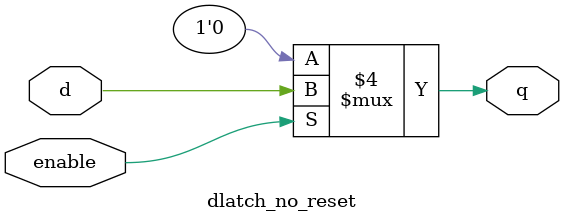
<source format=v>
module dlatch_no_reset(input d, input enable,output reg q);
always@(*)
if(!enable) begin
q=0;
end
else
begin
q<=d;
end
endmodule
</source>
